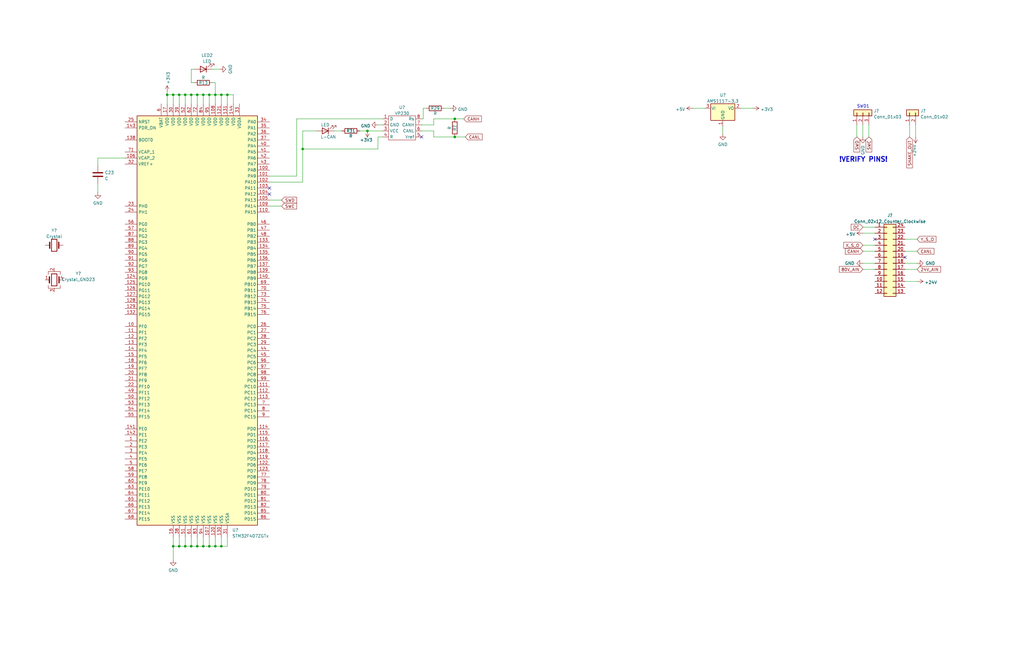
<source format=kicad_sch>
(kicad_sch (version 20211123) (generator eeschema)
  (paper "USLedger")
  (lib_symbols
    (symbol "Connector_Generic:Conn_01x02" (pin_names (offset 1.016) hide)
      (property "Reference" "J" (at 0 2.54 0))
      (property "Value" "Conn_01x02" (at 0 -5.08 0))
      (symbol "Conn_01x02_1_1"
        (rectangle (start -1.27 -2.413) (end 0 -2.667) (stroke (width 0.1524)))
        (rectangle (start -1.27 0.127) (end 0 -0.127) (stroke (width 0.1524)))
        (rectangle (start -1.27 1.27) (end 1.27 -3.81) (stroke (width 0.254)) (fill (type background)))
        (pin passive line (at -5.08 0 0) (length 3.81) (name "Pin_1") (number "1"))
        (pin passive line (at -5.08 -2.54 0) (length 3.81) (name "Pin_2") (number "2"))
      )
    )
    (symbol "Connector_Generic:Conn_01x03" (pin_names (offset 1.016) hide)
      (property "Reference" "J" (at 0 5.08 0))
      (property "Value" "Conn_01x03" (at 0 -5.08 0))
      (symbol "Conn_01x03_1_1"
        (rectangle (start -1.27 -2.413) (end 0 -2.667) (stroke (width 0.1524)))
        (rectangle (start -1.27 0.127) (end 0 -0.127) (stroke (width 0.1524)))
        (rectangle (start -1.27 2.667) (end 0 2.413) (stroke (width 0.1524)))
        (rectangle (start -1.27 3.81) (end 1.27 -3.81) (stroke (width 0.254)) (fill (type background)))
        (pin passive line (at -5.08 2.54 0) (length 3.81) (name "Pin_1") (number "1"))
        (pin passive line (at -5.08 0 0) (length 3.81) (name "Pin_2") (number "2"))
        (pin passive line (at -5.08 -2.54 0) (length 3.81) (name "Pin_3") (number "3"))
      )
    )
    (symbol "Connector_Generic:Conn_02x12_Counter_Clockwise" (pin_names (offset 1.016) hide)
      (property "Reference" "J" (at 1.27 15.24 0))
      (property "Value" "Conn_02x12_Counter_Clockwise" (at 1.27 -17.78 0))
      (symbol "Conn_02x12_Counter_Clockwise_1_1"
        (rectangle (start -1.27 -15.113) (end 0 -15.367) (stroke (width 0.1524)))
        (rectangle (start -1.27 -12.573) (end 0 -12.827) (stroke (width 0.1524)))
        (rectangle (start -1.27 -10.033) (end 0 -10.287) (stroke (width 0.1524)))
        (rectangle (start -1.27 -7.493) (end 0 -7.747) (stroke (width 0.1524)))
        (rectangle (start -1.27 -4.953) (end 0 -5.207) (stroke (width 0.1524)))
        (rectangle (start -1.27 -2.413) (end 0 -2.667) (stroke (width 0.1524)))
        (rectangle (start -1.27 0.127) (end 0 -0.127) (stroke (width 0.1524)))
        (rectangle (start -1.27 2.667) (end 0 2.413) (stroke (width 0.1524)))
        (rectangle (start -1.27 5.207) (end 0 4.953) (stroke (width 0.1524)))
        (rectangle (start -1.27 7.747) (end 0 7.493) (stroke (width 0.1524)))
        (rectangle (start -1.27 10.287) (end 0 10.033) (stroke (width 0.1524)))
        (rectangle (start -1.27 12.827) (end 0 12.573) (stroke (width 0.1524)))
        (rectangle (start -1.27 13.97) (end 3.81 -16.51) (stroke (width 0.254)) (fill (type background)))
        (rectangle (start 3.81 -15.113) (end 2.54 -15.367) (stroke (width 0.1524)))
        (rectangle (start 3.81 -12.573) (end 2.54 -12.827) (stroke (width 0.1524)))
        (rectangle (start 3.81 -10.033) (end 2.54 -10.287) (stroke (width 0.1524)))
        (rectangle (start 3.81 -7.493) (end 2.54 -7.747) (stroke (width 0.1524)))
        (rectangle (start 3.81 -4.953) (end 2.54 -5.207) (stroke (width 0.1524)))
        (rectangle (start 3.81 -2.413) (end 2.54 -2.667) (stroke (width 0.1524)))
        (rectangle (start 3.81 0.127) (end 2.54 -0.127) (stroke (width 0.1524)))
        (rectangle (start 3.81 2.667) (end 2.54 2.413) (stroke (width 0.1524)))
        (rectangle (start 3.81 5.207) (end 2.54 4.953) (stroke (width 0.1524)))
        (rectangle (start 3.81 7.747) (end 2.54 7.493) (stroke (width 0.1524)))
        (rectangle (start 3.81 10.287) (end 2.54 10.033) (stroke (width 0.1524)))
        (rectangle (start 3.81 12.827) (end 2.54 12.573) (stroke (width 0.1524)))
        (pin passive line (at -5.08 12.7 0) (length 3.81) (name "Pin_1") (number "1"))
        (pin passive line (at -5.08 -10.16 0) (length 3.81) (name "Pin_10") (number "10"))
        (pin passive line (at -5.08 -12.7 0) (length 3.81) (name "Pin_11") (number "11"))
        (pin passive line (at -5.08 -15.24 0) (length 3.81) (name "Pin_12") (number "12"))
        (pin passive line (at 7.62 -15.24 180) (length 3.81) (name "Pin_13") (number "13"))
        (pin passive line (at 7.62 -12.7 180) (length 3.81) (name "Pin_14") (number "14"))
        (pin passive line (at 7.62 -10.16 180) (length 3.81) (name "Pin_15") (number "15"))
        (pin passive line (at 7.62 -7.62 180) (length 3.81) (name "Pin_16") (number "16"))
        (pin passive line (at 7.62 -5.08 180) (length 3.81) (name "Pin_17") (number "17"))
        (pin passive line (at 7.62 -2.54 180) (length 3.81) (name "Pin_18") (number "18"))
        (pin passive line (at 7.62 0 180) (length 3.81) (name "Pin_19") (number "19"))
        (pin passive line (at -5.08 10.16 0) (length 3.81) (name "Pin_2") (number "2"))
        (pin passive line (at 7.62 2.54 180) (length 3.81) (name "Pin_20") (number "20"))
        (pin passive line (at 7.62 5.08 180) (length 3.81) (name "Pin_21") (number "21"))
        (pin passive line (at 7.62 7.62 180) (length 3.81) (name "Pin_22") (number "22"))
        (pin passive line (at 7.62 10.16 180) (length 3.81) (name "Pin_23") (number "23"))
        (pin passive line (at 7.62 12.7 180) (length 3.81) (name "Pin_24") (number "24"))
        (pin passive line (at -5.08 7.62 0) (length 3.81) (name "Pin_3") (number "3"))
        (pin passive line (at -5.08 5.08 0) (length 3.81) (name "Pin_4") (number "4"))
        (pin passive line (at -5.08 2.54 0) (length 3.81) (name "Pin_5") (number "5"))
        (pin passive line (at -5.08 0 0) (length 3.81) (name "Pin_6") (number "6"))
        (pin passive line (at -5.08 -2.54 0) (length 3.81) (name "Pin_7") (number "7"))
        (pin passive line (at -5.08 -5.08 0) (length 3.81) (name "Pin_8") (number "8"))
        (pin passive line (at -5.08 -7.62 0) (length 3.81) (name "Pin_9") (number "9"))
      )
    )
    (symbol "Device:C" (pin_numbers hide) (pin_names (offset 0.254))
      (property "Reference" "C" (at 0.635 2.54 0))
      (property "Value" "C" (at 0.635 -2.54 0))
      (symbol "C_0_1"
        (polyline (pts (xy -2.032 -0.762) (xy 2.032 -0.762)) (stroke (width 0.508)))
        (polyline (pts (xy -2.032 0.762) (xy 2.032 0.762)) (stroke (width 0.508)))
      )
      (symbol "C_1_1"
        (pin passive line (at 0 3.81 270) (length 2.794) (name "~") (number "1"))
        (pin passive line (at 0 -3.81 90) (length 2.794) (name "~") (number "2"))
      )
    )
    (symbol "Device:Crystal" (pin_numbers hide) (pin_names (offset 1.016) hide)
      (property "Reference" "Y" (at 0 3.81 0))
      (property "Value" "Crystal" (at 0 -3.81 0))
      (symbol "Crystal_0_1"
        (rectangle (start -1.143 2.54) (end 1.143 -2.54) (stroke (width 0.3048)))
        (polyline (pts (xy -2.54 0) (xy -1.905 0)))
        (polyline (pts (xy -1.905 -1.27) (xy -1.905 1.27)) (stroke (width 0.508)))
        (polyline (pts (xy 1.905 -1.27) (xy 1.905 1.27)) (stroke (width 0.508)))
        (polyline (pts (xy 2.54 0) (xy 1.905 0)))
      )
      (symbol "Crystal_1_1"
        (pin passive line (at -3.81 0 0) (length 1.27) (name "1") (number "1"))
        (pin passive line (at 3.81 0 180) (length 1.27) (name "2") (number "2"))
      )
    )
    (symbol "Device:Crystal_GND23" (pin_names (offset 1.016) hide)
      (property "Reference" "Y" (at 3.175 5.08 0))
      (property "Value" "Crystal_GND23" (at 3.175 3.175 0))
      (symbol "Crystal_GND23_0_1"
        (rectangle (start -1.143 2.54) (end 1.143 -2.54) (stroke (width 0.3048)))
        (polyline (pts (xy -2.54 0) (xy -2.032 0)))
        (polyline (pts (xy -2.032 -1.27) (xy -2.032 1.27)) (stroke (width 0.508)))
        (polyline (pts (xy 0 -3.81) (xy 0 -3.556)))
        (polyline (pts (xy 0 3.556) (xy 0 3.81)))
        (polyline (pts (xy 2.032 -1.27) (xy 2.032 1.27)) (stroke (width 0.508)))
        (polyline (pts (xy 2.032 0) (xy 2.54 0)))
        (polyline (pts (xy -2.54 -2.286) (xy -2.54 -3.556) (xy 2.54 -3.556) (xy 2.54 -2.286)))
        (polyline (pts (xy -2.54 2.286) (xy -2.54 3.556) (xy 2.54 3.556) (xy 2.54 2.286)))
      )
      (symbol "Crystal_GND23_1_1"
        (pin passive line (at -3.81 0 0) (length 1.27) (name "1") (number "1"))
        (pin passive line (at 0 5.08 270) (length 1.27) (name "2") (number "2"))
        (pin passive line (at 0 -5.08 90) (length 1.27) (name "3") (number "3"))
        (pin passive line (at 3.81 0 180) (length 1.27) (name "4") (number "4"))
      )
    )
    (symbol "Device:LED" (pin_numbers hide) (pin_names (offset 1.016) hide)
      (property "Reference" "D" (at 0 2.54 0))
      (property "Value" "LED" (at 0 -2.54 0))
      (symbol "LED_0_1"
        (polyline (pts (xy -1.27 -1.27) (xy -1.27 1.27)) (stroke (width 0.254)))
        (polyline (pts (xy -1.27 0) (xy 1.27 0)))
        (polyline (pts (xy 1.27 -1.27) (xy 1.27 1.27) (xy -1.27 0) (xy 1.27 -1.27)) (stroke (width 0.254)))
        (polyline (pts (xy -3.048 -0.762) (xy -4.572 -2.286) (xy -3.81 -2.286) (xy -4.572 -2.286) (xy -4.572 -1.524)))
        (polyline (pts (xy -1.778 -0.762) (xy -3.302 -2.286) (xy -2.54 -2.286) (xy -3.302 -2.286) (xy -3.302 -1.524)))
      )
      (symbol "LED_1_1"
        (pin passive line (at -3.81 0 0) (length 2.54) (name "K") (number "1"))
        (pin passive line (at 3.81 0 180) (length 2.54) (name "A") (number "2"))
      )
    )
    (symbol "Device:R" (pin_numbers hide) (pin_names (offset 0))
      (property "Reference" "R" (at 2.032 0 90))
      (property "Value" "R" (at 0 0 90))
      (symbol "R_0_1"
        (rectangle (start -1.016 -2.54) (end 1.016 2.54) (stroke (width 0.254)))
      )
      (symbol "R_1_1"
        (pin passive line (at 0 3.81 270) (length 1.27) (name "~") (number "1"))
        (pin passive line (at 0 -3.81 90) (length 1.27) (name "~") (number "2"))
      )
    )
    (symbol "MCU_ST_STM32F4:STM32F407ZGTx"
      (property "Reference" "U" (at -25.4 87.63 0))
      (property "Value" "STM32F407ZGTx" (at 20.32 87.63 0))
      (symbol "STM32F407ZGTx_0_1"
        (rectangle (start -25.4 -86.36) (end 25.4 86.36) (stroke (width 0.254)) (fill (type background)))
      )
      (symbol "STM32F407ZGTx_1_1"
        (pin bidirectional line (at -30.48 -50.8 0) (length 5.08) (name "PE2") (number "1"))
        (pin bidirectional line (at -30.48 -2.54 0) (length 5.08) (name "PF0") (number "10"))
        (pin bidirectional line (at 30.48 63.5 180) (length 5.08) (name "PA8") (number "100"))
        (pin bidirectional line (at 30.48 60.96 180) (length 5.08) (name "PA9") (number "101"))
        (pin bidirectional line (at 30.48 58.42 180) (length 5.08) (name "PA10") (number "102"))
        (pin bidirectional line (at 30.48 55.88 180) (length 5.08) (name "PA11") (number "103"))
        (pin bidirectional line (at 30.48 53.34 180) (length 5.08) (name "PA12") (number "104"))
        (pin bidirectional line (at 30.48 50.8 180) (length 5.08) (name "PA13") (number "105"))
        (pin power_in line (at -30.48 68.58 0) (length 5.08) (name "VCAP_2") (number "106"))
        (pin power_in line (at 5.08 -91.44 90) (length 5.08) (name "VSS") (number "107"))
        (pin power_in line (at 7.62 91.44 270) (length 5.08) (name "VDD") (number "108"))
        (pin bidirectional line (at 30.48 48.26 180) (length 5.08) (name "PA14") (number "109"))
        (pin bidirectional line (at -30.48 -5.08 0) (length 5.08) (name "PF1") (number "11"))
        (pin bidirectional line (at 30.48 45.72 180) (length 5.08) (name "PA15") (number "110"))
        (pin bidirectional line (at 30.48 -27.94 180) (length 5.08) (name "PC10") (number "111"))
        (pin bidirectional line (at 30.48 -30.48 180) (length 5.08) (name "PC11") (number "112"))
        (pin bidirectional line (at 30.48 -33.02 180) (length 5.08) (name "PC12") (number "113"))
        (pin bidirectional line (at 30.48 -45.72 180) (length 5.08) (name "PD0") (number "114"))
        (pin bidirectional line (at 30.48 -48.26 180) (length 5.08) (name "PD1") (number "115"))
        (pin bidirectional line (at 30.48 -50.8 180) (length 5.08) (name "PD2") (number "116"))
        (pin bidirectional line (at 30.48 -53.34 180) (length 5.08) (name "PD3") (number "117"))
        (pin bidirectional line (at 30.48 -55.88 180) (length 5.08) (name "PD4") (number "118"))
        (pin bidirectional line (at 30.48 -58.42 180) (length 5.08) (name "PD5") (number "119"))
        (pin bidirectional line (at -30.48 -7.62 0) (length 5.08) (name "PF2") (number "12"))
        (pin power_in line (at 7.62 -91.44 90) (length 5.08) (name "VSS") (number "120"))
        (pin power_in line (at 10.16 91.44 270) (length 5.08) (name "VDD") (number "121"))
        (pin bidirectional line (at 30.48 -60.96 180) (length 5.08) (name "PD6") (number "122"))
        (pin bidirectional line (at 30.48 -63.5 180) (length 5.08) (name "PD7") (number "123"))
        (pin bidirectional line (at -30.48 17.78 0) (length 5.08) (name "PG9") (number "124"))
        (pin bidirectional line (at -30.48 15.24 0) (length 5.08) (name "PG10") (number "125"))
        (pin bidirectional line (at -30.48 12.7 0) (length 5.08) (name "PG11") (number "126"))
        (pin bidirectional line (at -30.48 10.16 0) (length 5.08) (name "PG12") (number "127"))
        (pin bidirectional line (at -30.48 7.62 0) (length 5.08) (name "PG13") (number "128"))
        (pin bidirectional line (at -30.48 5.08 0) (length 5.08) (name "PG14") (number "129"))
        (pin bidirectional line (at -30.48 -10.16 0) (length 5.08) (name "PF3") (number "13"))
        (pin power_in line (at 10.16 -91.44 90) (length 5.08) (name "VSS") (number "130"))
        (pin power_in line (at 12.7 91.44 270) (length 5.08) (name "VDD") (number "131"))
        (pin bidirectional line (at -30.48 2.54 0) (length 5.08) (name "PG15") (number "132"))
        (pin bidirectional line (at 30.48 33.02 180) (length 5.08) (name "PB3") (number "133"))
        (pin bidirectional line (at 30.48 30.48 180) (length 5.08) (name "PB4") (number "134"))
        (pin bidirectional line (at 30.48 27.94 180) (length 5.08) (name "PB5") (number "135"))
        (pin bidirectional line (at 30.48 25.4 180) (length 5.08) (name "PB6") (number "136"))
        (pin bidirectional line (at 30.48 22.86 180) (length 5.08) (name "PB7") (number "137"))
        (pin input line (at -30.48 76.2 0) (length 5.08) (name "BOOT0") (number "138"))
        (pin bidirectional line (at 30.48 20.32 180) (length 5.08) (name "PB8") (number "139"))
        (pin bidirectional line (at -30.48 -12.7 0) (length 5.08) (name "PF4") (number "14"))
        (pin bidirectional line (at 30.48 17.78 180) (length 5.08) (name "PB9") (number "140"))
        (pin bidirectional line (at -30.48 -45.72 0) (length 5.08) (name "PE0") (number "141"))
        (pin bidirectional line (at -30.48 -48.26 0) (length 5.08) (name "PE1") (number "142"))
        (pin input line (at -30.48 81.28 0) (length 5.08) (name "PDR_ON") (number "143"))
        (pin power_in line (at 15.24 91.44 270) (length 5.08) (name "VDD") (number "144"))
        (pin bidirectional line (at -30.48 -15.24 0) (length 5.08) (name "PF5") (number "15"))
        (pin power_in line (at -10.16 -91.44 90) (length 5.08) (name "VSS") (number "16"))
        (pin power_in line (at -12.7 91.44 270) (length 5.08) (name "VDD") (number "17"))
        (pin bidirectional line (at -30.48 -17.78 0) (length 5.08) (name "PF6") (number "18"))
        (pin bidirectional line (at -30.48 -20.32 0) (length 5.08) (name "PF7") (number "19"))
        (pin bidirectional line (at -30.48 -53.34 0) (length 5.08) (name "PE3") (number "2"))
        (pin bidirectional line (at -30.48 -22.86 0) (length 5.08) (name "PF8") (number "20"))
        (pin bidirectional line (at -30.48 -25.4 0) (length 5.08) (name "PF9") (number "21"))
        (pin bidirectional line (at -30.48 -27.94 0) (length 5.08) (name "PF10") (number "22"))
        (pin input line (at -30.48 48.26 0) (length 5.08) (name "PH0") (number "23"))
        (pin input line (at -30.48 45.72 0) (length 5.08) (name "PH1") (number "24"))
        (pin input line (at -30.48 83.82 0) (length 5.08) (name "NRST") (number "25"))
        (pin bidirectional line (at 30.48 -2.54 180) (length 5.08) (name "PC0") (number "26"))
        (pin bidirectional line (at 30.48 -5.08 180) (length 5.08) (name "PC1") (number "27"))
        (pin bidirectional line (at 30.48 -7.62 180) (length 5.08) (name "PC2") (number "28"))
        (pin bidirectional line (at 30.48 -10.16 180) (length 5.08) (name "PC3") (number "29"))
        (pin bidirectional line (at -30.48 -55.88 0) (length 5.08) (name "PE4") (number "3"))
        (pin power_in line (at -10.16 91.44 270) (length 5.08) (name "VDD") (number "30"))
        (pin power_in line (at 12.7 -91.44 90) (length 5.08) (name "VSSA") (number "31"))
        (pin power_in line (at -30.48 66.04 0) (length 5.08) (name "VREF+") (number "32"))
        (pin power_in line (at 17.78 91.44 270) (length 5.08) (name "VDDA") (number "33"))
        (pin bidirectional line (at 30.48 83.82 180) (length 5.08) (name "PA0") (number "34"))
        (pin bidirectional line (at 30.48 81.28 180) (length 5.08) (name "PA1") (number "35"))
        (pin bidirectional line (at 30.48 78.74 180) (length 5.08) (name "PA2") (number "36"))
        (pin bidirectional line (at 30.48 76.2 180) (length 5.08) (name "PA3") (number "37"))
        (pin power_in line (at -7.62 -91.44 90) (length 5.08) (name "VSS") (number "38"))
        (pin power_in line (at -7.62 91.44 270) (length 5.08) (name "VDD") (number "39"))
        (pin bidirectional line (at -30.48 -58.42 0) (length 5.08) (name "PE5") (number "4"))
        (pin bidirectional line (at 30.48 73.66 180) (length 5.08) (name "PA4") (number "40"))
        (pin bidirectional line (at 30.48 71.12 180) (length 5.08) (name "PA5") (number "41"))
        (pin bidirectional line (at 30.48 68.58 180) (length 5.08) (name "PA6") (number "42"))
        (pin bidirectional line (at 30.48 66.04 180) (length 5.08) (name "PA7") (number "43"))
        (pin bidirectional line (at 30.48 -12.7 180) (length 5.08) (name "PC4") (number "44"))
        (pin bidirectional line (at 30.48 -15.24 180) (length 5.08) (name "PC5") (number "45"))
        (pin bidirectional line (at 30.48 40.64 180) (length 5.08) (name "PB0") (number "46"))
        (pin bidirectional line (at 30.48 38.1 180) (length 5.08) (name "PB1") (number "47"))
        (pin bidirectional line (at 30.48 35.56 180) (length 5.08) (name "PB2") (number "48"))
        (pin bidirectional line (at -30.48 -30.48 0) (length 5.08) (name "PF11") (number "49"))
        (pin bidirectional line (at -30.48 -60.96 0) (length 5.08) (name "PE6") (number "5"))
        (pin bidirectional line (at -30.48 -33.02 0) (length 5.08) (name "PF12") (number "50"))
        (pin power_in line (at -5.08 -91.44 90) (length 5.08) (name "VSS") (number "51"))
        (pin power_in line (at -5.08 91.44 270) (length 5.08) (name "VDD") (number "52"))
        (pin bidirectional line (at -30.48 -35.56 0) (length 5.08) (name "PF13") (number "53"))
        (pin bidirectional line (at -30.48 -38.1 0) (length 5.08) (name "PF14") (number "54"))
        (pin bidirectional line (at -30.48 -40.64 0) (length 5.08) (name "PF15") (number "55"))
        (pin bidirectional line (at -30.48 40.64 0) (length 5.08) (name "PG0") (number "56"))
        (pin bidirectional line (at -30.48 38.1 0) (length 5.08) (name "PG1") (number "57"))
        (pin bidirectional line (at -30.48 -63.5 0) (length 5.08) (name "PE7") (number "58"))
        (pin bidirectional line (at -30.48 -66.04 0) (length 5.08) (name "PE8") (number "59"))
        (pin power_in line (at -15.24 91.44 270) (length 5.08) (name "VBAT") (number "6"))
        (pin bidirectional line (at -30.48 -68.58 0) (length 5.08) (name "PE9") (number "60"))
        (pin power_in line (at -2.54 -91.44 90) (length 5.08) (name "VSS") (number "61"))
        (pin power_in line (at -2.54 91.44 270) (length 5.08) (name "VDD") (number "62"))
        (pin bidirectional line (at -30.48 -71.12 0) (length 5.08) (name "PE10") (number "63"))
        (pin bidirectional line (at -30.48 -73.66 0) (length 5.08) (name "PE11") (number "64"))
        (pin bidirectional line (at -30.48 -76.2 0) (length 5.08) (name "PE12") (number "65"))
        (pin bidirectional line (at -30.48 -78.74 0) (length 5.08) (name "PE13") (number "66"))
        (pin bidirectional line (at -30.48 -81.28 0) (length 5.08) (name "PE14") (number "67"))
        (pin bidirectional line (at -30.48 -83.82 0) (length 5.08) (name "PE15") (number "68"))
        (pin bidirectional line (at 30.48 15.24 180) (length 5.08) (name "PB10") (number "69"))
        (pin bidirectional line (at 30.48 -35.56 180) (length 5.08) (name "PC13") (number "7"))
        (pin bidirectional line (at 30.48 12.7 180) (length 5.08) (name "PB11") (number "70"))
        (pin power_in line (at -30.48 71.12 0) (length 5.08) (name "VCAP_1") (number "71"))
        (pin power_in line (at 0 91.44 270) (length 5.08) (name "VDD") (number "72"))
        (pin bidirectional line (at 30.48 10.16 180) (length 5.08) (name "PB12") (number "73"))
        (pin bidirectional line (at 30.48 7.62 180) (length 5.08) (name "PB13") (number "74"))
        (pin bidirectional line (at 30.48 5.08 180) (length 5.08) (name "PB14") (number "75"))
        (pin bidirectional line (at 30.48 2.54 180) (length 5.08) (name "PB15") (number "76"))
        (pin bidirectional line (at 30.48 -66.04 180) (length 5.08) (name "PD8") (number "77"))
        (pin bidirectional line (at 30.48 -68.58 180) (length 5.08) (name "PD9") (number "78"))
        (pin bidirectional line (at 30.48 -71.12 180) (length 5.08) (name "PD10") (number "79"))
        (pin bidirectional line (at 30.48 -38.1 180) (length 5.08) (name "PC14") (number "8"))
        (pin bidirectional line (at 30.48 -73.66 180) (length 5.08) (name "PD11") (number "80"))
        (pin bidirectional line (at 30.48 -76.2 180) (length 5.08) (name "PD12") (number "81"))
        (pin bidirectional line (at 30.48 -78.74 180) (length 5.08) (name "PD13") (number "82"))
        (pin power_in line (at 0 -91.44 90) (length 5.08) (name "VSS") (number "83"))
        (pin power_in line (at 2.54 91.44 270) (length 5.08) (name "VDD") (number "84"))
        (pin bidirectional line (at 30.48 -81.28 180) (length 5.08) (name "PD14") (number "85"))
        (pin bidirectional line (at 30.48 -83.82 180) (length 5.08) (name "PD15") (number "86"))
        (pin bidirectional line (at -30.48 35.56 0) (length 5.08) (name "PG2") (number "87"))
        (pin bidirectional line (at -30.48 33.02 0) (length 5.08) (name "PG3") (number "88"))
        (pin bidirectional line (at -30.48 30.48 0) (length 5.08) (name "PG4") (number "89"))
        (pin bidirectional line (at 30.48 -40.64 180) (length 5.08) (name "PC15") (number "9"))
        (pin bidirectional line (at -30.48 27.94 0) (length 5.08) (name "PG5") (number "90"))
        (pin bidirectional line (at -30.48 25.4 0) (length 5.08) (name "PG6") (number "91"))
        (pin bidirectional line (at -30.48 22.86 0) (length 5.08) (name "PG7") (number "92"))
        (pin bidirectional line (at -30.48 20.32 0) (length 5.08) (name "PG8") (number "93"))
        (pin power_in line (at 2.54 -91.44 90) (length 5.08) (name "VSS") (number "94"))
        (pin power_in line (at 5.08 91.44 270) (length 5.08) (name "VDD") (number "95"))
        (pin bidirectional line (at 30.48 -17.78 180) (length 5.08) (name "PC6") (number "96"))
        (pin bidirectional line (at 30.48 -20.32 180) (length 5.08) (name "PC7") (number "97"))
        (pin bidirectional line (at 30.48 -22.86 180) (length 5.08) (name "PC8") (number "98"))
        (pin bidirectional line (at 30.48 -25.4 180) (length 5.08) (name "PC9") (number "99"))
      )
    )
    (symbol "Regulator_Linear:AMS1117-3.3" (pin_names (offset 0.254))
      (property "Reference" "U" (at -3.81 3.175 0))
      (property "Value" "AMS1117-3.3" (at 0 3.175 0))
      (symbol "AMS1117-3.3_0_1"
        (rectangle (start -5.08 -5.08) (end 5.08 1.905) (stroke (width 0.254)) (fill (type background)))
      )
      (symbol "AMS1117-3.3_1_1"
        (pin power_in line (at 0 -7.62 90) (length 2.54) (name "GND") (number "1"))
        (pin power_out line (at 7.62 0 180) (length 2.54) (name "VO") (number "2"))
        (pin power_in line (at -7.62 0 0) (length 2.54) (name "VI") (number "3"))
      )
    )
    (symbol "TM245_parts:VP230"
      (property "Reference" "U" (at 0 -6.35 0))
      (property "Value" "VP230" (at 0 6.35 0))
      (symbol "VP230_0_1"
        (rectangle (start -5.08 5.08) (end 6.35 -5.08))
      )
      (symbol "VP230_1_1"
        (pin input line (at -7.62 3.81 0) (length 2.54) (name "D") (number "1"))
        (pin input line (at -7.62 1.27 0) (length 2.54) (name "GND") (number "2"))
        (pin input line (at -7.62 -1.27 0) (length 2.54) (name "VCC") (number "3"))
        (pin input line (at -7.62 -3.81 0) (length 2.54) (name "R") (number "4"))
        (pin input line (at 8.89 -3.81 180) (length 2.54) (name "Vref") (number "5"))
        (pin input line (at 8.89 -1.27 180) (length 2.54) (name "CANL") (number "6"))
        (pin input line (at 8.89 1.27 180) (length 2.54) (name "CANH") (number "7"))
        (pin input line (at 8.89 3.81 180) (length 2.54) (name "Rs") (number "8"))
      )
    )
    (symbol "power:+24V" (power) (pin_names (offset 0))
      (property "Value" "+24V" (at 0 3.556 0))
      (symbol "+24V_0_1"
        (polyline (pts (xy -0.762 1.27) (xy 0 2.54)))
        (polyline (pts (xy 0 0) (xy 0 2.54)))
        (polyline (pts (xy 0 2.54) (xy 0.762 1.27)))
      )
      (symbol "+24V_1_1"
        (pin power_in line (at 0 0 90) (length 0) hide (name "+24V") (number "1"))
      )
    )
    (symbol "power:+3V3" (power) (pin_names (offset 0))
      (property "Value" "+3V3" (at 0 3.556 0))
      (symbol "+3V3_0_1"
        (polyline (pts (xy -0.762 1.27) (xy 0 2.54)))
        (polyline (pts (xy 0 0) (xy 0 2.54)))
        (polyline (pts (xy 0 2.54) (xy 0.762 1.27)))
      )
      (symbol "+3V3_1_1"
        (pin power_in line (at 0 0 90) (length 0) hide (name "+3V3") (number "1"))
      )
    )
    (symbol "power:+5V" (power) (pin_names (offset 0))
      (property "Value" "+5V" (at 0 3.556 0))
      (symbol "+5V_0_1"
        (polyline (pts (xy -0.762 1.27) (xy 0 2.54)))
        (polyline (pts (xy 0 0) (xy 0 2.54)))
        (polyline (pts (xy 0 2.54) (xy 0.762 1.27)))
      )
      (symbol "+5V_1_1"
        (pin power_in line (at 0 0 90) (length 0) hide (name "+5V") (number "1"))
      )
    )
    (symbol "power:GND" (power) (pin_names (offset 0))
      (property "Value" "GND" (at 0 -3.81 0))
      (symbol "GND_0_1"
        (polyline (pts (xy 0 0) (xy 0 -1.27) (xy 1.27 -1.27) (xy 0 -2.54) (xy -1.27 -1.27) (xy 0 -1.27)))
      )
      (symbol "GND_1_1"
        (pin power_in line (at 0 0 270) (length 0) hide (name "GND") (number "1"))
      )
    )
  )
  (junction (at 95.885 40.005))
  (junction (at 85.725 230.505))
  (junction (at 78.105 230.505))
  (junction (at 78.105 40.005))
  (junction (at 85.725 40.005))
  (junction (at 127.635 62.865))
  (junction (at 88.265 40.005))
  (junction (at 83.185 230.505))
  (junction (at 93.345 40.005))
  (junction (at 90.805 230.505))
  (junction (at 88.265 230.505))
  (junction (at 70.485 40.005))
  (junction (at 90.805 40.005))
  (junction (at 191.77 50.165))
  (junction (at 154.94 55.245))
  (junction (at 75.565 40.005))
  (junction (at 83.185 40.005))
  (junction (at 73.025 230.505))
  (junction (at 93.345 230.505))
  (junction (at 191.77 57.785))
  (junction (at 80.645 40.005))
  (junction (at 73.025 40.005))
  (junction (at 75.565 230.505))
  (junction (at 80.645 230.505))
  (no_connect (at 368.935 100.965))
  (no_connect (at 381.635 108.585))
  (no_connect (at 177.8 57.785))
  (no_connect (at 113.665 81.915))
  (no_connect (at 113.665 79.375))
  (wire (pts (xy 178.435 50.165) (xy 178.435 45.72)))
  (wire (pts (xy 70.485 40.005) (xy 73.025 40.005)))
  (wire (pts (xy 83.185 40.005) (xy 83.185 43.815)))
  (wire (pts (xy 191.77 57.785) (xy 196.215 57.785)))
  (wire (pts (xy 93.345 230.505) (xy 95.885 230.505)))
  (wire (pts (xy 78.105 40.005) (xy 80.645 40.005)))
  (wire (pts (xy 368.935 95.885) (xy 363.855 95.885)))
  (wire (pts (xy 52.705 66.675) (xy 41.275 66.675)))
  (wire (pts (xy 83.185 226.695) (xy 83.185 230.505)))
  (wire (pts (xy 73.025 40.005) (xy 73.025 43.815)))
  (wire (pts (xy 41.275 66.675) (xy 41.275 69.85)))
  (wire (pts (xy 144.145 55.245) (xy 140.97 55.245)))
  (wire (pts (xy 73.025 226.695) (xy 73.025 230.505)))
  (wire (pts (xy 151.765 55.245) (xy 154.94 55.245)))
  (wire (pts (xy 89.535 34.925) (xy 90.805 34.925)))
  (wire (pts (xy 92.71 29.21) (xy 89.535 29.21)))
  (wire (pts (xy 78.105 226.695) (xy 78.105 230.505)))
  (wire (pts (xy 381.635 118.745) (xy 386.715 118.745)))
  (wire (pts (xy 70.485 40.005) (xy 70.485 38.735)))
  (wire (pts (xy 90.805 40.005) (xy 90.805 43.815)))
  (wire (pts (xy 177.8 55.245) (xy 182.88 55.245)))
  (wire (pts (xy 178.435 45.72) (xy 179.705 45.72)))
  (wire (pts (xy 113.665 76.835) (xy 127.635 76.835)))
  (wire (pts (xy 95.885 226.695) (xy 95.885 230.505)))
  (wire (pts (xy 73.025 230.505) (xy 75.565 230.505)))
  (wire (pts (xy 368.935 106.045) (xy 363.855 106.045)))
  (wire (pts (xy 93.345 40.005) (xy 93.345 43.815)))
  (wire (pts (xy 363.855 57.785) (xy 363.855 52.705)))
  (wire (pts (xy 93.345 40.005) (xy 95.885 40.005)))
  (wire (pts (xy 75.565 40.005) (xy 78.105 40.005)))
  (wire (pts (xy 125.095 50.165) (xy 161.29 50.165)))
  (wire (pts (xy 297.18 45.72) (xy 292.1 45.72)))
  (wire (pts (xy 127.635 55.245) (xy 127.635 62.865)))
  (wire (pts (xy 368.935 103.505) (xy 363.855 103.505)))
  (wire (pts (xy 381.635 106.045) (xy 386.715 106.045)))
  (wire (pts (xy 85.725 40.005) (xy 88.265 40.005)))
  (wire (pts (xy 363.855 111.125) (xy 368.935 111.125)))
  (wire (pts (xy 368.935 113.665) (xy 363.855 113.665)))
  (wire (pts (xy 159.385 57.785) (xy 161.29 57.785)))
  (wire (pts (xy 182.88 55.245) (xy 182.88 57.785)))
  (wire (pts (xy 41.275 77.47) (xy 41.275 81.28)))
  (wire (pts (xy 95.885 43.815) (xy 95.885 40.005)))
  (wire (pts (xy 78.105 230.505) (xy 80.645 230.505)))
  (wire (pts (xy 80.645 230.505) (xy 83.185 230.505)))
  (wire (pts (xy 182.88 52.705) (xy 182.88 50.165)))
  (wire (pts (xy 177.8 52.705) (xy 182.88 52.705)))
  (wire (pts (xy 88.265 226.695) (xy 88.265 230.505)))
  (wire (pts (xy 125.095 50.165) (xy 125.095 74.295)))
  (wire (pts (xy 80.645 29.21) (xy 81.915 29.21)))
  (wire (pts (xy 83.185 40.005) (xy 85.725 40.005)))
  (wire (pts (xy 154.94 55.245) (xy 161.29 55.245)))
  (wire (pts (xy 177.8 50.165) (xy 178.435 50.165)))
  (wire (pts (xy 75.565 230.505) (xy 78.105 230.505)))
  (wire (pts (xy 383.54 52.705) (xy 383.54 57.785)))
  (wire (pts (xy 73.025 236.22) (xy 73.025 230.505)))
  (wire (pts (xy 159.385 62.865) (xy 159.385 57.785)))
  (wire (pts (xy 83.185 230.505) (xy 85.725 230.505)))
  (wire (pts (xy 127.635 62.865) (xy 159.385 62.865)))
  (wire (pts (xy 73.025 40.005) (xy 75.565 40.005)))
  (wire (pts (xy 312.42 45.72) (xy 317.5 45.72)))
  (wire (pts (xy 88.265 40.005) (xy 88.265 43.815)))
  (wire (pts (xy 133.35 55.245) (xy 127.635 55.245)))
  (wire (pts (xy 85.725 230.505) (xy 88.265 230.505)))
  (wire (pts (xy 90.805 34.925) (xy 90.805 40.005)))
  (wire (pts (xy 80.645 34.925) (xy 80.645 29.21)))
  (wire (pts (xy 90.805 230.505) (xy 93.345 230.505)))
  (wire (pts (xy 85.725 40.005) (xy 85.725 43.815)))
  (wire (pts (xy 81.915 34.925) (xy 80.645 34.925)))
  (wire (pts (xy 80.645 40.005) (xy 83.185 40.005)))
  (wire (pts (xy 80.645 226.695) (xy 80.645 230.505)))
  (wire (pts (xy 182.88 50.165) (xy 191.77 50.165)))
  (wire (pts (xy 85.725 226.695) (xy 85.725 230.505)))
  (wire (pts (xy 80.645 40.005) (xy 80.645 43.815)))
  (wire (pts (xy 70.485 43.815) (xy 70.485 40.005)))
  (wire (pts (xy 113.665 86.995) (xy 118.745 86.995)))
  (wire (pts (xy 361.315 52.705) (xy 361.315 57.785)))
  (wire (pts (xy 98.425 40.005) (xy 98.425 43.815)))
  (wire (pts (xy 93.345 226.695) (xy 93.345 230.505)))
  (wire (pts (xy 90.805 226.695) (xy 90.805 230.505)))
  (wire (pts (xy 182.88 57.785) (xy 191.77 57.785)))
  (wire (pts (xy 159.385 52.705) (xy 161.29 52.705)))
  (wire (pts (xy 95.885 40.005) (xy 98.425 40.005)))
  (wire (pts (xy 191.77 50.165) (xy 195.58 50.165)))
  (wire (pts (xy 113.665 84.455) (xy 118.745 84.455)))
  (wire (pts (xy 187.325 45.72) (xy 189.865 45.72)))
  (wire (pts (xy 366.395 52.705) (xy 366.395 57.785)))
  (wire (pts (xy 88.265 230.505) (xy 90.805 230.505)))
  (wire (pts (xy 113.665 74.295) (xy 125.095 74.295)))
  (wire (pts (xy 381.635 113.665) (xy 386.715 113.665)))
  (wire (pts (xy 381.635 100.965) (xy 386.715 100.965)))
  (wire (pts (xy 368.935 98.425) (xy 363.855 98.425)))
  (wire (pts (xy 127.635 76.835) (xy 127.635 62.865)))
  (wire (pts (xy 75.565 226.695) (xy 75.565 230.505)))
  (wire (pts (xy 304.8 56.515) (xy 304.8 53.34)))
  (wire (pts (xy 386.08 52.705) (xy 386.08 57.785)))
  (wire (pts (xy 78.105 40.005) (xy 78.105 43.815)))
  (wire (pts (xy 88.265 40.005) (xy 90.805 40.005)))
  (wire (pts (xy 386.715 111.125) (xy 381.635 111.125)))
  (wire (pts (xy 90.805 40.005) (xy 93.345 40.005)))
  (wire (pts (xy 75.565 43.815) (xy 75.565 40.005)))
  (text "SWD1" (at 361.315 45.72 0) (effects (font (size 1.27 1.27)) (justify left bottom)))
  (text "!VERIFY PINS!" (at 353.695 68.58 0) (effects (font (size 2 2) (thickness 0.4) bold) (justify left bottom)))
  (global_label "SWC" (shape input) (at 366.395 57.785 270) (property "Intersheet References" "${INTERSHEET_REFS}" (effects hide)))
  (global_label "80V_AIN" (shape input) (at 363.855 113.665 180) (property "Intersheet References" "${INTERSHEET_REFS}" (effects hide)))
  (global_label "DC" (shape input) (at 363.855 95.885 180) (property "Intersheet References" "${INTERSHEET_REFS}" (effects hide)))
  (global_label "24V_AIN" (shape input) (at 386.715 113.665 0) (property "Intersheet References" "${INTERSHEET_REFS}" (effects hide)))
  (global_label "CANL" (shape input) (at 196.215 57.785 0) (property "Intersheet References" "${INTERSHEET_REFS}" (effects hide)))
  (global_label "X_S_O" (shape input) (at 363.855 103.505 180) (property "Intersheet References" "${INTERSHEET_REFS}" (effects hide)))
  (global_label "SWD" (shape input) (at 118.745 84.455 0) (property "Intersheet References" "${INTERSHEET_REFS}" (effects hide)))
  (global_label "SWD" (shape input) (at 361.315 57.785 270) (property "Intersheet References" "${INTERSHEET_REFS}" (effects hide)))
  (global_label "SHAKE_OUT" (shape input) (at 383.54 57.785 270) (property "Intersheet References" "${INTERSHEET_REFS}" (effects hide)))
  (global_label "CANH" (shape input) (at 363.855 106.045 180) (property "Intersheet References" "${INTERSHEET_REFS}" (effects hide)))
  (global_label "CANH" (shape input) (at 195.58 50.165 0) (property "Intersheet References" "${INTERSHEET_REFS}" (effects hide)))
  (global_label "SWC" (shape input) (at 118.745 86.995 0) (property "Intersheet References" "${INTERSHEET_REFS}" (effects hide)))
  (global_label "Y_S_O" (shape input) (at 386.715 100.965 0) (property "Intersheet References" "${INTERSHEET_REFS}" (effects hide)))
  (global_label "CANL" (shape input) (at 386.715 106.045 0) (property "Intersheet References" "${INTERSHEET_REFS}" (effects hide)))
  (symbol (lib_id "power:GND") (at 92.71 29.21 90) (unit 1)
    (property "Reference" "#PWR?" (effects hide))
    (property "Value" "GND" (at 97.1534 29.21 0))
  )
  (symbol (lib_id "Device:LED") (at 137.16 55.245 180) (unit 1)
    (property "Reference" "L-CAN" (at 138.43 57.785 0))
    (property "Value" "LED" (at 137.16 52.705 0))
  )
  (symbol (lib_id "Device:R") (at 191.77 53.975 180) (unit 1)
    (property "Reference" "R?" (at 191.77 53.975 90))
    (property "Value" "R" (at 189.5911 53.975 90))
  )
  (symbol (lib_id "power:+3V3") (at 154.94 55.245 180) (unit 1)
    (property "Reference" "#PWR?" (effects hide))
    (property "Value" "+3V3" (at 151.765 59.055 0) (effects (justify right)))
  )
  (symbol (lib_id "Device:C") (at 41.275 73.66 180) (unit 1)
    (property "Reference" "C23" (at 44.196 72.8253 0) (effects (justify right)))
    (property "Value" "C" (at 44.196 75.3622 0) (effects (justify right)))
  )
  (symbol (lib_id "power:+5V") (at 292.1 45.72 90) (unit 1)
    (property "Reference" "#PWR?" (effects hide))
    (property "Value" "+5V" (at 288.9251 46.1538 90) (effects (justify left)))
  )
  (symbol (lib_id "power:GND") (at 363.855 57.785 0) (unit 1)
    (property "Reference" "#PWR?" (effects hide))
    (property "Value" "GND" (at 363.855 65.405 90) (effects (justify left)))
  )
  (symbol (lib_id "TM245_parts:VP230") (at 168.91 53.975 0) (unit 1)
    (property "Reference" "U?" (at 169.545 45.3222 0))
    (property "Value" "VP230" (at 169.545 47.8591 0))
  )
  (symbol (lib_id "power:GND") (at 159.385 52.705 270) (unit 1)
    (property "Reference" "#PWR?" (effects hide))
    (property "Value" "GND" (at 156.2101 53.1388 90) (effects (justify right)))
  )
  (symbol (lib_id "Device:R") (at 147.955 55.245 270) (unit 1)
    (property "Reference" "R31" (at 147.955 55.245 90))
    (property "Value" "R" (at 147.955 57.4239 90))
  )
  (symbol (lib_id "Device:Crystal") (at 22.86 103.505 0) (unit 1)
    (property "Reference" "Y?" (at 22.86 97.2398 0))
    (property "Value" "Crystal" (at 22.86 99.7767 0))
  )
  (symbol (lib_id "power:+24V") (at 386.715 118.745 270) (unit 1)
    (property "Reference" "#PWR?" (effects hide))
    (property "Value" "+24V" (at 389.89 119.1788 90) (effects (justify left)))
  )
  (symbol (lib_id "Connector_Generic:Conn_02x12_Counter_Clockwise") (at 374.015 108.585 0) (unit 1)
    (property "Reference" "J?" (at 375.285 90.9152 0))
    (property "Value" "Conn_02x12_Counter_Clockwise" (at 375.285 93.4521 0))
  )
  (symbol (lib_id "Connector_Generic:Conn_01x03") (at 363.855 47.625 90) (unit 1)
    (property "Reference" "J?" (at 368.427 46.7903 90) (effects (justify right)))
    (property "Value" "Conn_01x03" (at 368.427 49.3272 90) (effects (justify right)))
  )
  (symbol (lib_id "Device:Crystal_GND23") (at 22.86 118.11 0) (unit 1)
    (property "Reference" "Y?" (at 33.0389 115.4009 0))
    (property "Value" "Crystal_GND23" (at 33.0389 117.9378 0))
  )
  (symbol (lib_id "power:+3V3") (at 70.485 38.735 0) (unit 1)
    (property "Reference" "#PWR?" (effects hide))
    (property "Value" "+3V3" (at 70.9188 35.56 90) (effects (justify left)))
  )
  (symbol (lib_id "Device:R") (at 183.515 45.72 270) (unit 1)
    (property "Reference" "R29" (at 183.515 45.72 90))
    (property "Value" "R" (at 183.515 47.8989 90))
  )
  (symbol (lib_id "Connector_Generic:Conn_01x02") (at 383.54 47.625 90) (unit 1)
    (property "Reference" "J?" (at 388.112 46.7903 90) (effects (justify right)))
    (property "Value" "Conn_01x02" (at 388.112 49.3272 90) (effects (justify right)))
  )
  (symbol (lib_id "power:+3V3") (at 317.5 45.72 270) (unit 1)
    (property "Reference" "#PWR?" (effects hide))
    (property "Value" "+3V3" (at 320.675 46.1538 90) (effects (justify left)))
  )
  (symbol (lib_id "power:GND") (at 41.275 81.28 0) (unit 1)
    (property "Reference" "#PWR?" (effects hide))
    (property "Value" "GND" (at 41.275 85.7234 0))
  )
  (symbol (lib_id "power:GND") (at 386.715 111.125 90) (unit 1)
    (property "Reference" "#PWR?" (effects hide))
    (property "Value" "GND" (at 394.335 111.125 90) (effects (justify left)))
  )
  (symbol (lib_id "Device:LED") (at 85.725 29.21 180) (unit 1)
    (property "Reference" "LED2" (at 87.3125 23.3512 0))
    (property "Value" "LED" (at 87.3125 25.8881 0))
  )
  (symbol (lib_id "power:GND") (at 304.8 56.515 0) (unit 1)
    (property "Reference" "#PWR?" (effects hide))
    (property "Value" "GND" (at 304.8 60.9584 0))
  )
  (symbol (lib_id "power:+5V") (at 363.855 98.425 90) (unit 1)
    (property "Reference" "#PWR?" (effects hide))
    (property "Value" "+5V" (at 360.6801 98.8588 90) (effects (justify left)))
  )
  (symbol (lib_id "Regulator_Linear:AMS1117-3.3") (at 304.8 45.72 0) (unit 1)
    (property "Reference" "U?" (at 304.8 40.1152 0))
    (property "Value" "AMS1117-3.3" (at 304.8 42.6521 0))
    (property "Footprint" "Package_TO_SOT_SMD:SOT-223-3_TabPin2" (effects hide))
    (property "Datasheet" "http://www.advanced-monolithic.com/pdf/ds1117.pdf" (effects hide))
  )
  (symbol (lib_id "MCU_ST_STM32F4:STM32F407ZGTx") (at 83.185 135.255 0) (unit 1)
    (property "Reference" "U?" (at 97.9044 223.6454 0) (effects (justify left)))
    (property "Value" "STM32F407ZGTx" (at 97.9044 226.1823 0) (effects (justify left)))
    (property "Footprint" "Package_QFP:LQFP-144_20x20mm_P0.5mm" (effects hide))
    (property "Datasheet" "http://www.st.com/st-web-ui/static/active/en/resource/technical/document/datasheet/DM00037051.pdf" (effects hide))
  )
  (symbol (lib_id "power:GND") (at 73.025 236.22 0) (unit 1)
    (property "Reference" "#PWR?" (effects hide))
    (property "Value" "GND" (at 73.025 240.6634 0))
  )
  (symbol (lib_id "power:+24V") (at 386.08 57.785 180) (unit 1)
    (property "Reference" "#PWR?" (effects hide))
    (property "Value" "+24V" (at 385.6462 60.96 90) (effects (justify left)))
  )
  (symbol (lib_id "Device:R") (at 85.725 34.925 90) (unit 1)
    (property "Reference" "R13" (at 85.725 34.925 90))
    (property "Value" "R" (at 85.725 32.7461 90))
  )
  (symbol (lib_id "power:GND") (at 363.855 111.125 270) (unit 1)
    (property "Reference" "#PWR?" (effects hide))
    (property "Value" "GND" (at 356.235 111.125 90) (effects (justify left)))
  )
  (symbol (lib_id "power:GND") (at 189.865 45.72 90) (unit 1)
    (property "Reference" "#PWR?" (effects hide))
    (property "Value" "GND" (at 193.04 46.1538 90) (effects (justify right)))
  )
)
</source>
